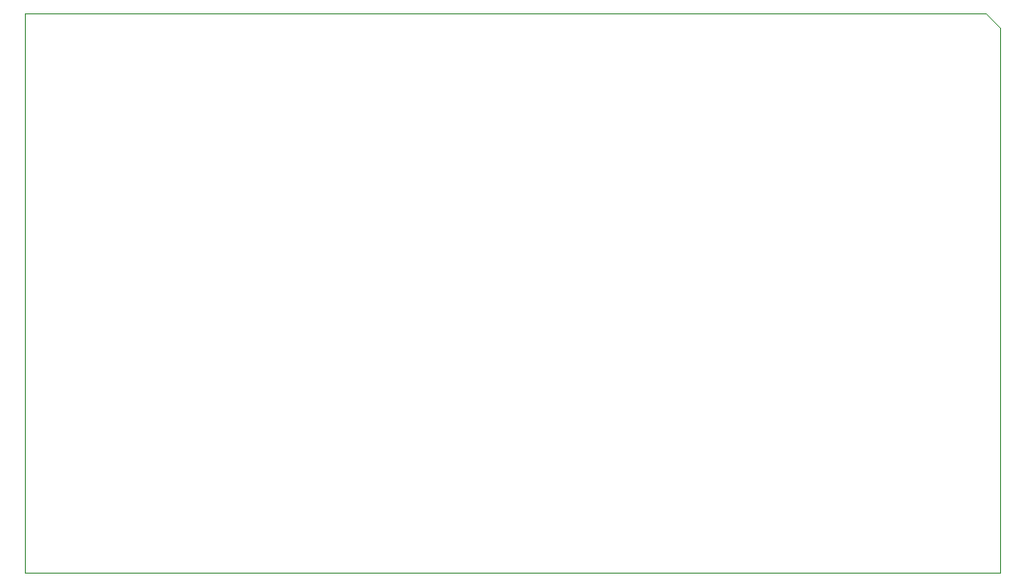
<source format=gbp>
G75*
G70*
%OFA0B0*%
%FSLAX24Y24*%
%IPPOS*%
%LPD*%
%AMOC8*
5,1,8,0,0,1.08239X$1,22.5*
%
%ADD10C,0.0000*%
D10*
X000182Y000188D02*
X000182Y019688D01*
X033682Y019688D01*
X034182Y019188D01*
X034182Y000188D01*
X000182Y000188D01*
M02*

</source>
